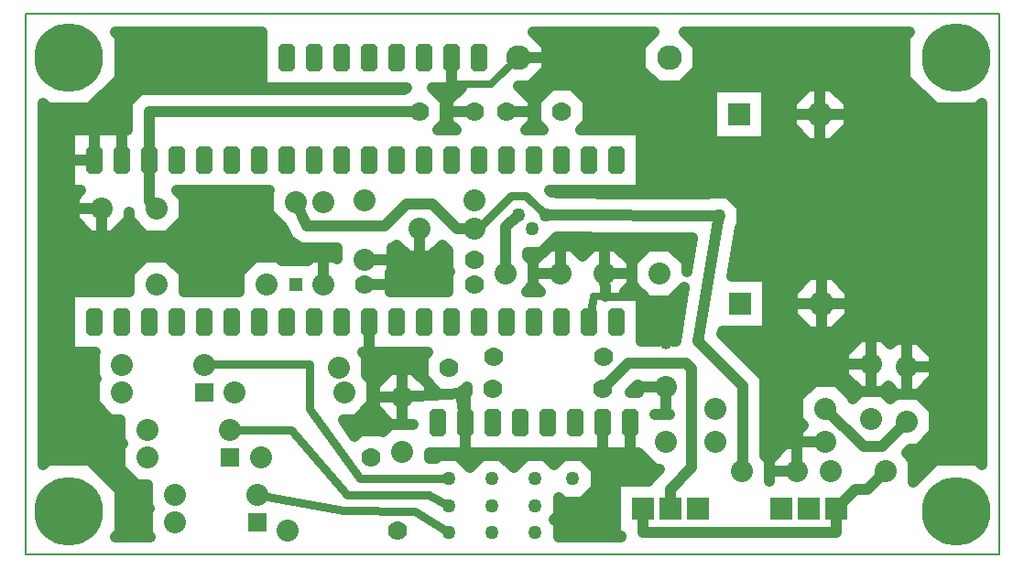
<source format=gbr>
G04 PROTEUS RS274X GERBER FILE*
%FSLAX45Y45*%
%MOMM*%
G01*
%ADD10C,1.016000*%
%ADD11C,0.762000*%
%ADD12C,0.635000*%
%ADD13C,1.270000*%
%ADD14C,1.016000*%
%AMDIL005*
4,1,8,
-0.762000,0.965200,-0.457200,1.270000,0.457200,1.270000,0.762000,0.965200,0.762000,-0.965200,
0.457200,-1.270000,-0.457200,-1.270000,-0.762000,-0.965200,-0.762000,0.965200,
0*%
%ADD15DIL005*%
%ADD16R,2.032000X2.032000*%
%ADD17C,2.032000*%
%ADD18C,2.286000*%
%ADD19R,1.270000X1.270000*%
%ADD70C,1.778000*%
%ADD71R,1.778000X1.778000*%
%ADD20C,6.350000*%
%ADD21C,0.203200*%
%TD.AperFunction*%
G36*
X+8130101Y+4794639D02*
X+8130101Y+4405361D01*
X+8405361Y+4130101D01*
X+8794639Y+4130101D01*
X+8837441Y+4172903D01*
X+8837441Y+827097D01*
X+8794639Y+869899D01*
X+8405361Y+869899D01*
X+8203999Y+668537D01*
X+8203999Y+875210D01*
X+8143288Y+935922D01*
X+8183367Y+976001D01*
X+8255210Y+976001D01*
X+8403999Y+1124790D01*
X+8403999Y+1335210D01*
X+8255210Y+1483999D01*
X+8044790Y+1483999D01*
X+7996000Y+1435209D01*
X+7925210Y+1505999D01*
X+7714790Y+1505999D01*
X+7649999Y+1441208D01*
X+7649999Y+1455210D01*
X+7501210Y+1603999D01*
X+7290790Y+1603999D01*
X+7142001Y+1455210D01*
X+7142001Y+1244790D01*
X+7191791Y+1195000D01*
X+7142001Y+1145210D01*
X+7142001Y+1023999D01*
X+7022790Y+1023999D01*
X+6874001Y+875210D01*
X+6874001Y+673999D01*
X+6873999Y+673999D01*
X+6873999Y+875210D01*
X+6833199Y+916010D01*
X+6833199Y+1644168D01*
X+6435980Y+2041387D01*
X+6440323Y+2066001D01*
X+6858999Y+2066001D01*
X+6858999Y+2573999D01*
X+6529951Y+2573999D01*
X+6609351Y+3024024D01*
X+6625899Y+3040572D01*
X+6625899Y+3219428D01*
X+6499428Y+3345899D01*
X+6320572Y+3345899D01*
X+6308970Y+3334297D01*
X+5651218Y+3338197D01*
X+4909247Y+3343080D01*
X+4896428Y+3355899D01*
X+4860507Y+3355899D01*
X+4845805Y+3370601D01*
X+5688599Y+3370601D01*
X+5688599Y+3929399D01*
X+5128647Y+3929399D01*
X+5199299Y+4000051D01*
X+5199299Y+4199949D01*
X+5057949Y+4341299D01*
X+4858051Y+4341299D01*
X+4716701Y+4199949D01*
X+4716701Y+4000051D01*
X+4787353Y+3929399D01*
X+4620647Y+3929399D01*
X+4691299Y+4000051D01*
X+4691299Y+4199949D01*
X+4557947Y+4333301D01*
X+4663470Y+4333301D01*
X+4819699Y+4489530D01*
X+4819699Y+4710470D01*
X+4692728Y+4837441D01*
X+5810272Y+4837441D01*
X+5683301Y+4710470D01*
X+5683301Y+4489530D01*
X+5839530Y+4333301D01*
X+6060470Y+4333301D01*
X+6216699Y+4489530D01*
X+6216699Y+4710470D01*
X+6089728Y+4837441D01*
X+8172903Y+4837441D01*
X+8130101Y+4794639D01*
G37*
%LPC*%
G36*
X+7996000Y+1943209D02*
X+8044790Y+1991999D01*
X+8255210Y+1991999D01*
X+8403999Y+1843210D01*
X+8403999Y+1632790D01*
X+8255210Y+1484001D01*
X+8044790Y+1484001D01*
X+7974000Y+1554791D01*
X+7925210Y+1506001D01*
X+7714790Y+1506001D01*
X+7566001Y+1654790D01*
X+7566001Y+1865210D01*
X+7714790Y+2013999D01*
X+7925210Y+2013999D01*
X+7996000Y+1943209D01*
G37*
G36*
X+7088301Y+2209530D02*
X+7088301Y+2430470D01*
X+7244530Y+2586699D01*
X+7465470Y+2586699D01*
X+7621699Y+2430470D01*
X+7621699Y+2209530D01*
X+7465470Y+2053301D01*
X+7244530Y+2053301D01*
X+7088301Y+2209530D01*
G37*
G36*
X+6341001Y+4323999D02*
X+6848999Y+4323999D01*
X+6848999Y+3816001D01*
X+6341001Y+3816001D01*
X+6341001Y+4323999D01*
G37*
G36*
X+7078301Y+3959530D02*
X+7078301Y+4180470D01*
X+7234530Y+4336699D01*
X+7455470Y+4336699D01*
X+7611699Y+4180470D01*
X+7611699Y+3959530D01*
X+7455470Y+3803301D01*
X+7234530Y+3803301D01*
X+7078301Y+3959530D01*
G37*
%LPD*%
G36*
X+2183401Y+4320601D02*
X+3519353Y+4320601D01*
X+3501951Y+4303199D01*
X+1057833Y+4303199D01*
X+938801Y+4184167D01*
X+938801Y+3929399D01*
X+405401Y+3929399D01*
X+405401Y+3370601D01*
X+511392Y+3370601D01*
X+446001Y+3305210D01*
X+446001Y+3094790D01*
X+594790Y+2946001D01*
X+805210Y+2946001D01*
X+953999Y+3094790D01*
X+953999Y+3166635D01*
X+954001Y+3166633D01*
X+954001Y+3094790D01*
X+1102790Y+2946001D01*
X+1313210Y+2946001D01*
X+1461999Y+3094790D01*
X+1461999Y+3305210D01*
X+1396608Y+3370601D01*
X+2249392Y+3370601D01*
X+2246001Y+3367210D01*
X+2246001Y+3156790D01*
X+2373573Y+3029218D01*
X+2439352Y+2901884D01*
X+2540051Y+2836801D01*
X+2881592Y+2836801D01*
X+2880001Y+2835210D01*
X+2880001Y+2733208D01*
X+2859210Y+2753999D01*
X+2648790Y+2753999D01*
X+2610690Y+2715899D01*
X+2369310Y+2715899D01*
X+2331210Y+2753999D01*
X+2120790Y+2753999D01*
X+1972001Y+2605210D01*
X+1972001Y+2429399D01*
X+1463999Y+2429399D01*
X+1463999Y+2605210D01*
X+1315210Y+2753999D01*
X+1104790Y+2753999D01*
X+956001Y+2605210D01*
X+956001Y+2429399D01*
X+405401Y+2429399D01*
X+405401Y+1870601D01*
X+645392Y+1870601D01*
X+634001Y+1859210D01*
X+634001Y+1648790D01*
X+655791Y+1627000D01*
X+634001Y+1605210D01*
X+634001Y+1394790D01*
X+782790Y+1246001D01*
X+874001Y+1246001D01*
X+874001Y+1048790D01*
X+895791Y+1027000D01*
X+874001Y+1005210D01*
X+874001Y+794790D01*
X+1022790Y+646001D01*
X+1124001Y+646001D01*
X+1124001Y+448790D01*
X+1145791Y+427000D01*
X+1124001Y+405210D01*
X+1124001Y+194790D01*
X+1156232Y+162559D01*
X+827097Y+162559D01*
X+869899Y+205361D01*
X+869899Y+594639D01*
X+594639Y+869899D01*
X+205361Y+869899D01*
X+162559Y+827097D01*
X+162559Y+4172903D01*
X+205361Y+4130101D01*
X+594639Y+4130101D01*
X+869899Y+4405361D01*
X+869899Y+4794639D01*
X+827097Y+4837441D01*
X+2183401Y+4837441D01*
X+2183401Y+4320601D01*
G37*
G36*
X+3906701Y+4199949D02*
X+3906701Y+4000051D01*
X+3977353Y+3929399D01*
X+3810647Y+3929399D01*
X+3881299Y+4000051D01*
X+3881299Y+4199949D01*
X+3760647Y+4320601D01*
X+4027353Y+4320601D01*
X+3906701Y+4199949D01*
G37*
G36*
X+5565782Y+2931803D02*
X+6161742Y+2927881D01*
X+6111999Y+2611827D01*
X+6111999Y+2705210D01*
X+5963210Y+2853999D01*
X+5752790Y+2853999D01*
X+5604001Y+2705210D01*
X+5604001Y+2494790D01*
X+5669392Y+2429399D01*
X+5538608Y+2429399D01*
X+5603999Y+2494790D01*
X+5603999Y+2705210D01*
X+5455210Y+2853999D01*
X+5244790Y+2853999D01*
X+5150000Y+2759209D01*
X+5055210Y+2853999D01*
X+4844790Y+2853999D01*
X+4696001Y+2705210D01*
X+4696001Y+2494790D01*
X+4761392Y+2429399D01*
X+4630608Y+2429399D01*
X+4695999Y+2494790D01*
X+4695999Y+2705210D01*
X+4645199Y+2756010D01*
X+4645199Y+2797101D01*
X+4769428Y+2797101D01*
X+4895899Y+2923572D01*
X+4895899Y+2924101D01*
X+4896428Y+2924101D01*
X+4908030Y+2935703D01*
X+5565782Y+2931803D01*
G37*
G36*
X+3536790Y+2756001D02*
X+3747210Y+2756001D01*
X+3851922Y+2860712D01*
X+3905833Y+2806801D01*
X+3908701Y+2806801D01*
X+3908701Y+2630051D01*
X+3921752Y+2617000D01*
X+3904701Y+2599949D01*
X+3904701Y+2429399D01*
X+3371299Y+2429399D01*
X+3371299Y+2599949D01*
X+3367228Y+2604020D01*
X+3387999Y+2624790D01*
X+3387999Y+2835210D01*
X+3386408Y+2836801D01*
X+3404167Y+2836801D01*
X+3430078Y+2862712D01*
X+3536790Y+2756001D01*
G37*
G36*
X+6011486Y+1973199D02*
X+5989850Y+1973199D01*
X+5989850Y+1978933D01*
X+5948933Y+2019850D01*
X+5891067Y+2019850D01*
X+5850150Y+1978933D01*
X+5850150Y+1973199D01*
X+5688599Y+1973199D01*
X+5688599Y+2410192D01*
X+5752790Y+2346001D01*
X+5963210Y+2346001D01*
X+6090138Y+2472929D01*
X+6011486Y+1973199D01*
G37*
G36*
X+5666001Y+1499399D02*
X+5592765Y+1499399D01*
X+5660167Y+1566801D01*
X+5666001Y+1566801D01*
X+5666001Y+1499399D01*
G37*
G36*
X+4078701Y+1499399D02*
X+4026647Y+1499399D01*
X+4078701Y+1551453D01*
X+4078701Y+1499399D01*
G37*
G36*
X+3674701Y+1829949D02*
X+3674701Y+1630051D01*
X+3805353Y+1499399D01*
X+3733999Y+1499399D01*
X+3733999Y+1565210D01*
X+3585210Y+1713999D01*
X+3374790Y+1713999D01*
X+3226001Y+1565210D01*
X+3226001Y+1354790D01*
X+3374790Y+1206001D01*
X+3583401Y+1206001D01*
X+3583401Y+1205999D01*
X+3374790Y+1205999D01*
X+3300020Y+1131228D01*
X+3289949Y+1141299D01*
X+3090051Y+1141299D01*
X+3043802Y+1095050D01*
X+2936975Y+1246001D01*
X+3055210Y+1246001D01*
X+3203999Y+1394790D01*
X+3203999Y+1605210D01*
X+3153999Y+1655210D01*
X+3153999Y+1835210D01*
X+3118608Y+1870601D01*
X+3715353Y+1870601D01*
X+3674701Y+1829949D01*
G37*
G36*
X+5956801Y+1295999D02*
X+5818599Y+1295999D01*
X+5818599Y+1296001D01*
X+5956801Y+1296001D01*
X+5956801Y+1295999D01*
G37*
G36*
X+5666001Y+936790D02*
X+5814790Y+788001D01*
X+5860635Y+788001D01*
X+5756801Y+684167D01*
X+5756801Y+673999D01*
X+5452001Y+673999D01*
X+5452001Y+166001D01*
X+5502801Y+166001D01*
X+5502801Y+162559D01*
X+4925899Y+162559D01*
X+4925899Y+289428D01*
X+4890327Y+325000D01*
X+4925899Y+360572D01*
X+4925899Y+528774D01*
X+4970572Y+484101D01*
X+5149428Y+484101D01*
X+5275899Y+610572D01*
X+5275899Y+789428D01*
X+5149428Y+915899D01*
X+4970572Y+915899D01*
X+4885000Y+830327D01*
X+4799428Y+915899D01*
X+4620572Y+915899D01*
X+4510000Y+805327D01*
X+4399428Y+915899D01*
X+4220572Y+915899D01*
X+4110000Y+805327D01*
X+3999428Y+915899D01*
X+3820572Y+915899D01*
X+3795172Y+890499D01*
X+3733999Y+890499D01*
X+3733999Y+940601D01*
X+5666001Y+940601D01*
X+5666001Y+936790D01*
G37*
D10*
X+1142000Y+3650000D02*
X+1142000Y+3266000D01*
X+1208000Y+3200000D01*
D11*
X+4807000Y+3140000D02*
X+4627000Y+3320000D01*
X+4490000Y+3320000D01*
X+4180000Y+3010000D01*
X+4150000Y+3010000D01*
D10*
X+4442000Y+2600000D02*
X+4442000Y+3029000D01*
X+4553000Y+3140000D01*
D12*
X+4553000Y+4600000D02*
X+4306159Y+4353159D01*
X+3936000Y+4353159D01*
X+3936000Y+4600000D01*
D10*
X+7494000Y+420000D02*
X+7674000Y+600000D01*
X+7780000Y+600000D01*
X+7950000Y+770000D01*
X+5706000Y+420000D02*
X+5706000Y+200000D01*
X+7494000Y+200000D01*
X+7494000Y+420000D01*
X+6410000Y+3130000D02*
X+4807000Y+3140000D01*
X+6410000Y+3130000D02*
X+6217500Y+1972501D01*
X+6630000Y+1560001D01*
X+6630000Y+780000D01*
X+6620000Y+770000D01*
X+8150000Y+1230000D02*
X+7920000Y+1000000D01*
X+7752087Y+1000000D01*
X+7396000Y+1350000D01*
X+3640000Y+4100000D02*
X+1142000Y+4100000D01*
X+1142000Y+3650000D01*
D11*
X+2140000Y+554000D02*
X+2941298Y+408824D01*
X+3603386Y+397109D01*
X+3910000Y+200000D01*
X+1890000Y+1154000D02*
X+2459447Y+1154000D01*
X+2974081Y+550000D01*
X+3725385Y+550000D01*
X+3910000Y+450000D01*
X+1650000Y+1754000D02*
X+1713500Y+1760000D01*
X+2630000Y+1760000D01*
X+2630000Y+1350000D01*
X+3090000Y+700000D01*
X+3910000Y+700000D01*
D10*
X+5960000Y+420000D02*
X+5960000Y+600000D01*
X+6160000Y+800000D01*
X+6160000Y+1720000D01*
X+6110000Y+1770000D01*
X+5576000Y+1770000D01*
X+5336000Y+1530000D01*
D11*
X+5920000Y+1950000D02*
X+5670000Y+2390000D01*
X+5360000Y+2390000D01*
D10*
X+5350000Y+2600000D01*
D11*
X+5206000Y+2150000D02*
X+5250000Y+2390000D01*
D12*
X+5360000Y+2390000D01*
D10*
X+4066000Y+1220000D02*
X+4020000Y+1490000D01*
X+3480000Y+1460000D01*
X+4150000Y+3010000D02*
X+3990000Y+3010000D01*
X+3760000Y+3240000D01*
X+3520000Y+3240000D01*
X+3320000Y+3040000D01*
X+2600000Y+3040000D01*
X+2500000Y+3262000D01*
D13*
X+6410000Y+3130000D03*
X+3910000Y+200000D03*
X+3910000Y+450000D03*
X+3910000Y+700000D03*
X+4310000Y+200000D03*
X+4310000Y+450000D03*
X+4310000Y+700000D03*
X+4710000Y+700000D03*
X+4710000Y+450000D03*
X+4710000Y+200000D03*
X+5060000Y+700000D03*
D14*
X+5920000Y+1950000D03*
D10*
X+8130101Y+4794639D02*
X+8130101Y+4405361D01*
X+8405361Y+4130101D01*
X+8794639Y+4130101D01*
X+8837441Y+4172903D01*
X+8837441Y+827097D01*
X+8794639Y+869899D01*
X+8405361Y+869899D01*
X+8203999Y+668537D01*
X+8203999Y+875210D01*
X+8143288Y+935922D01*
X+8183367Y+976001D01*
X+8255210Y+976001D01*
X+8403999Y+1124790D01*
X+8403999Y+1335210D01*
X+8255210Y+1483999D01*
X+8044790Y+1483999D01*
X+7996000Y+1435209D01*
X+7925210Y+1505999D01*
X+7714790Y+1505999D01*
X+7649999Y+1441208D01*
X+7649999Y+1455210D01*
X+7501210Y+1603999D01*
X+7290790Y+1603999D01*
X+7142001Y+1455210D01*
X+7142001Y+1244790D01*
X+7191791Y+1195000D01*
X+7142001Y+1145210D01*
X+7142001Y+1023999D01*
X+7022790Y+1023999D01*
X+6874001Y+875210D01*
X+6874001Y+673999D01*
X+6873999Y+673999D01*
X+6873999Y+875210D01*
X+6833199Y+916010D01*
X+6833199Y+1644168D01*
X+6435980Y+2041387D01*
X+6440323Y+2066001D01*
X+6858999Y+2066001D01*
X+6858999Y+2573999D01*
X+6529951Y+2573999D01*
X+6609351Y+3024024D01*
X+6625899Y+3040572D01*
X+6625899Y+3219428D01*
X+6499428Y+3345899D01*
X+6320572Y+3345899D01*
X+6308970Y+3334297D01*
X+5651218Y+3338197D01*
X+4909247Y+3343080D01*
X+4896428Y+3355899D01*
X+4860507Y+3355899D01*
X+4845805Y+3370601D01*
X+5688599Y+3370601D01*
X+5688599Y+3929399D01*
X+5128647Y+3929399D01*
X+5199299Y+4000051D01*
X+5199299Y+4199949D01*
X+5057949Y+4341299D01*
X+4858051Y+4341299D01*
X+4716701Y+4199949D01*
X+4716701Y+4000051D01*
X+4787353Y+3929399D01*
X+4620647Y+3929399D01*
X+4691299Y+4000051D01*
X+4691299Y+4199949D01*
X+4557947Y+4333301D01*
X+4663470Y+4333301D01*
X+4819699Y+4489530D01*
X+4819699Y+4710470D01*
X+4692728Y+4837441D01*
X+5810272Y+4837441D01*
X+5683301Y+4710470D01*
X+5683301Y+4489530D01*
X+5839530Y+4333301D01*
X+6060470Y+4333301D01*
X+6216699Y+4489530D01*
X+6216699Y+4710470D01*
X+6089728Y+4837441D01*
X+8172903Y+4837441D01*
X+8130101Y+4794639D01*
X+7996000Y+1943209D02*
X+8044790Y+1991999D01*
X+8255210Y+1991999D01*
X+8403999Y+1843210D01*
X+8403999Y+1632790D01*
X+8255210Y+1484001D01*
X+8044790Y+1484001D01*
X+7974000Y+1554791D01*
X+7925210Y+1506001D01*
X+7714790Y+1506001D01*
X+7566001Y+1654790D01*
X+7566001Y+1865210D01*
X+7714790Y+2013999D01*
X+7925210Y+2013999D01*
X+7996000Y+1943209D01*
X+7088301Y+2209530D02*
X+7088301Y+2430470D01*
X+7244530Y+2586699D01*
X+7465470Y+2586699D01*
X+7621699Y+2430470D01*
X+7621699Y+2209530D01*
X+7465470Y+2053301D01*
X+7244530Y+2053301D01*
X+7088301Y+2209530D01*
X+6341001Y+4323999D02*
X+6848999Y+4323999D01*
X+6848999Y+3816001D01*
X+6341001Y+3816001D01*
X+6341001Y+4323999D01*
X+7078301Y+3959530D02*
X+7078301Y+4180470D01*
X+7234530Y+4336699D01*
X+7455470Y+4336699D01*
X+7611699Y+4180470D01*
X+7611699Y+3959530D01*
X+7455470Y+3803301D01*
X+7234530Y+3803301D01*
X+7078301Y+3959530D01*
X+2183401Y+4320601D02*
X+3519353Y+4320601D01*
X+3501951Y+4303199D01*
X+1057833Y+4303199D01*
X+938801Y+4184167D01*
X+938801Y+3929399D01*
X+405401Y+3929399D01*
X+405401Y+3370601D01*
X+511392Y+3370601D01*
X+446001Y+3305210D01*
X+446001Y+3094790D01*
X+594790Y+2946001D01*
X+805210Y+2946001D01*
X+953999Y+3094790D01*
X+953999Y+3166635D01*
X+954001Y+3166633D01*
X+954001Y+3094790D01*
X+1102790Y+2946001D01*
X+1313210Y+2946001D01*
X+1461999Y+3094790D01*
X+1461999Y+3305210D01*
X+1396608Y+3370601D01*
X+2249392Y+3370601D01*
X+2246001Y+3367210D01*
X+2246001Y+3156790D01*
X+2373573Y+3029218D01*
X+2439352Y+2901884D01*
X+2540051Y+2836801D01*
X+2881592Y+2836801D01*
X+2880001Y+2835210D01*
X+2880001Y+2733208D01*
X+2859210Y+2753999D01*
X+2648790Y+2753999D01*
X+2610690Y+2715899D01*
X+2369310Y+2715899D01*
X+2331210Y+2753999D01*
X+2120790Y+2753999D01*
X+1972001Y+2605210D01*
X+1972001Y+2429399D01*
X+1463999Y+2429399D01*
X+1463999Y+2605210D01*
X+1315210Y+2753999D01*
X+1104790Y+2753999D01*
X+956001Y+2605210D01*
X+956001Y+2429399D01*
X+405401Y+2429399D01*
X+405401Y+1870601D01*
X+645392Y+1870601D01*
X+634001Y+1859210D01*
X+634001Y+1648790D01*
X+655791Y+1627000D01*
X+634001Y+1605210D01*
X+634001Y+1394790D01*
X+782790Y+1246001D01*
X+874001Y+1246001D01*
X+874001Y+1048790D01*
X+895791Y+1027000D01*
X+874001Y+1005210D01*
X+874001Y+794790D01*
X+1022790Y+646001D01*
X+1124001Y+646001D01*
X+1124001Y+448790D01*
X+1145791Y+427000D01*
X+1124001Y+405210D01*
X+1124001Y+194790D01*
X+1156232Y+162559D01*
X+827097Y+162559D01*
X+869899Y+205361D01*
X+869899Y+594639D01*
X+594639Y+869899D01*
X+205361Y+869899D01*
X+162559Y+827097D01*
X+162559Y+4172903D01*
X+205361Y+4130101D01*
X+594639Y+4130101D01*
X+869899Y+4405361D01*
X+869899Y+4794639D01*
X+827097Y+4837441D01*
X+2183401Y+4837441D01*
X+2183401Y+4320601D01*
X+3906701Y+4199949D02*
X+3906701Y+4000051D01*
X+3977353Y+3929399D01*
X+3810647Y+3929399D01*
X+3881299Y+4000051D01*
X+3881299Y+4199949D01*
X+3760647Y+4320601D01*
X+4027353Y+4320601D01*
X+3906701Y+4199949D01*
X+5565782Y+2931803D02*
X+6161742Y+2927881D01*
X+6111999Y+2611827D01*
X+6111999Y+2705210D01*
X+5963210Y+2853999D01*
X+5752790Y+2853999D01*
X+5604001Y+2705210D01*
X+5604001Y+2494790D01*
X+5669392Y+2429399D01*
X+5538608Y+2429399D01*
X+5603999Y+2494790D01*
X+5603999Y+2705210D01*
X+5455210Y+2853999D01*
X+5244790Y+2853999D01*
X+5150000Y+2759209D01*
X+5055210Y+2853999D01*
X+4844790Y+2853999D01*
X+4696001Y+2705210D01*
X+4696001Y+2494790D01*
X+4761392Y+2429399D01*
X+4630608Y+2429399D01*
X+4695999Y+2494790D01*
X+4695999Y+2705210D01*
X+4645199Y+2756010D01*
X+4645199Y+2797101D01*
X+4769428Y+2797101D01*
X+4895899Y+2923572D01*
X+4895899Y+2924101D01*
X+4896428Y+2924101D01*
X+4908030Y+2935703D01*
X+5565782Y+2931803D01*
X+3536790Y+2756001D02*
X+3747210Y+2756001D01*
X+3851922Y+2860712D01*
X+3905833Y+2806801D01*
X+3908701Y+2806801D01*
X+3908701Y+2630051D01*
X+3921752Y+2617000D01*
X+3904701Y+2599949D01*
X+3904701Y+2429399D01*
X+3371299Y+2429399D01*
X+3371299Y+2599949D01*
X+3367228Y+2604020D01*
X+3387999Y+2624790D01*
X+3387999Y+2835210D01*
X+3386408Y+2836801D01*
X+3404167Y+2836801D01*
X+3430078Y+2862712D01*
X+3536790Y+2756001D01*
X+6011486Y+1973199D02*
X+5989850Y+1973199D01*
X+5989850Y+1978933D01*
X+5948933Y+2019850D01*
X+5891067Y+2019850D01*
X+5850150Y+1978933D01*
X+5850150Y+1973199D01*
X+5688599Y+1973199D01*
X+5688599Y+2410192D01*
X+5752790Y+2346001D01*
X+5963210Y+2346001D01*
X+6090138Y+2472929D01*
X+6011486Y+1973199D01*
X+5666001Y+1499399D02*
X+5592765Y+1499399D01*
X+5660167Y+1566801D01*
X+5666001Y+1566801D01*
X+5666001Y+1499399D01*
X+4078701Y+1499399D02*
X+4026647Y+1499399D01*
X+4078701Y+1551453D01*
X+4078701Y+1499399D01*
X+3674701Y+1829949D02*
X+3674701Y+1630051D01*
X+3805353Y+1499399D01*
X+3733999Y+1499399D01*
X+3733999Y+1565210D01*
X+3585210Y+1713999D01*
X+3374790Y+1713999D01*
X+3226001Y+1565210D01*
X+3226001Y+1354790D01*
X+3374790Y+1206001D01*
X+3583401Y+1206001D01*
X+3583401Y+1205999D01*
X+3374790Y+1205999D01*
X+3300020Y+1131228D01*
X+3289949Y+1141299D01*
X+3090051Y+1141299D01*
X+3043802Y+1095050D01*
X+2936975Y+1246001D01*
X+3055210Y+1246001D01*
X+3203999Y+1394790D01*
X+3203999Y+1605210D01*
X+3153999Y+1655210D01*
X+3153999Y+1835210D01*
X+3118608Y+1870601D01*
X+3715353Y+1870601D01*
X+3674701Y+1829949D01*
X+5956801Y+1295999D02*
X+5818599Y+1295999D01*
X+5818599Y+1296001D01*
X+5956801Y+1296001D01*
X+5956801Y+1295999D01*
X+5666001Y+936790D02*
X+5814790Y+788001D01*
X+5860635Y+788001D01*
X+5756801Y+684167D01*
X+5756801Y+673999D01*
X+5452001Y+673999D01*
X+5452001Y+166001D01*
X+5502801Y+166001D01*
X+5502801Y+162559D01*
X+4925899Y+162559D01*
X+4925899Y+289428D01*
X+4890327Y+325000D01*
X+4925899Y+360572D01*
X+4925899Y+528774D01*
X+4970572Y+484101D01*
X+5149428Y+484101D01*
X+5275899Y+610572D01*
X+5275899Y+789428D01*
X+5149428Y+915899D01*
X+4970572Y+915899D01*
X+4885000Y+830327D01*
X+4799428Y+915899D01*
X+4620572Y+915899D01*
X+4510000Y+805327D01*
X+4399428Y+915899D01*
X+4220572Y+915899D01*
X+4110000Y+805327D01*
X+3999428Y+915899D01*
X+3820572Y+915899D01*
X+3795172Y+890499D01*
X+3733999Y+890499D01*
X+3733999Y+940601D01*
X+5666001Y+940601D01*
X+5666001Y+936790D01*
X+888000Y+3929399D02*
X+888000Y+3650000D01*
X+405401Y+3650000D02*
X+634000Y+3650000D01*
X+634000Y+3929399D02*
X+634000Y+3650000D01*
X+3174000Y+1870601D02*
X+3174000Y+2150000D01*
X+3936000Y+4320601D02*
X+3936000Y+4600000D01*
X+5590000Y+940601D02*
X+5590000Y+1220000D01*
X+5336000Y+940601D02*
X+5336000Y+1220000D01*
X+4066000Y+1499399D02*
X+4066000Y+1220000D01*
X+4066000Y+940601D02*
X+4066000Y+1220000D01*
X+7142001Y+1040000D02*
X+7396000Y+1040000D01*
X+7566001Y+1760000D02*
X+7820000Y+1760000D01*
X+7820000Y+1506001D02*
X+7820000Y+1760000D01*
X+7820000Y+2013999D02*
X+7820000Y+1760000D01*
X+5666001Y+1550000D02*
X+5920000Y+1550000D01*
X+5920000Y+1296001D02*
X+5920000Y+1550000D01*
X+7088301Y+2320000D02*
X+7355000Y+2320000D01*
X+7621699Y+2320000D02*
X+7355000Y+2320000D01*
X+7355000Y+2053301D02*
X+7355000Y+2320000D01*
X+7355000Y+2586699D02*
X+7355000Y+2320000D01*
X+7078301Y+4070000D02*
X+7345000Y+4070000D01*
X+7611699Y+4070000D02*
X+7345000Y+4070000D01*
X+7345000Y+3803301D02*
X+7345000Y+4070000D01*
X+7345000Y+4336699D02*
X+7345000Y+4070000D01*
X+4819699Y+4600000D02*
X+4553000Y+4600000D01*
X+8403999Y+1738000D02*
X+8150000Y+1738000D01*
X+8150000Y+1484001D02*
X+8150000Y+1738000D01*
X+8150000Y+1991999D02*
X+8150000Y+1738000D01*
X+6874001Y+770000D02*
X+7128000Y+770000D01*
X+7128000Y+1023999D02*
X+7128000Y+770000D01*
X+5603999Y+2600000D02*
X+5350000Y+2600000D01*
X+5350000Y+2853999D02*
X+5350000Y+2600000D01*
X+446001Y+3200000D02*
X+700000Y+3200000D01*
X+700000Y+2946001D02*
X+700000Y+3200000D01*
X+2754000Y+2753999D02*
X+2754000Y+2500000D01*
X+3387999Y+2730000D02*
X+3134000Y+2730000D01*
X+3371299Y+2500000D02*
X+3130000Y+2500000D01*
X+4696001Y+2600000D02*
X+4950000Y+2600000D01*
X+4950000Y+2853999D02*
X+4950000Y+2600000D01*
X+3642000Y+2756001D02*
X+3642000Y+3010000D01*
X+3226001Y+1460000D02*
X+3480000Y+1460000D01*
X+3480000Y+1206001D02*
X+3480000Y+1460000D01*
X+3480000Y+1713999D02*
X+3480000Y+1460000D01*
X+3906701Y+4100000D02*
X+4148000Y+4100000D01*
X+4691299Y+4100000D02*
X+4450000Y+4100000D01*
D15*
X+5460000Y+3650000D03*
X+5206000Y+3650000D03*
X+4952000Y+3650000D03*
X+4698000Y+3650000D03*
X+4444000Y+3650000D03*
X+4190000Y+3650000D03*
X+3936000Y+3650000D03*
X+3682000Y+3650000D03*
X+3428000Y+3650000D03*
X+3174000Y+3650000D03*
X+2920000Y+3650000D03*
X+2666000Y+3650000D03*
X+2412000Y+3650000D03*
X+2158000Y+3650000D03*
X+1904000Y+3650000D03*
X+1650000Y+3650000D03*
X+1396000Y+3650000D03*
X+1142000Y+3650000D03*
X+888000Y+3650000D03*
X+634000Y+3650000D03*
X+5460000Y+2150000D03*
X+5206000Y+2150000D03*
X+4952000Y+2150000D03*
X+4698000Y+2150000D03*
X+4444000Y+2150000D03*
X+4190000Y+2150000D03*
X+3936000Y+2150000D03*
X+3682000Y+2150000D03*
X+3428000Y+2150000D03*
X+3174000Y+2150000D03*
X+2920000Y+2150000D03*
X+2666000Y+2150000D03*
X+2412000Y+2150000D03*
X+2158000Y+2150000D03*
X+1904000Y+2150000D03*
X+1650000Y+2150000D03*
X+1396000Y+2150000D03*
X+1142000Y+2150000D03*
X+888000Y+2150000D03*
X+634000Y+2150000D03*
X+4190000Y+4600000D03*
X+3936000Y+4600000D03*
X+3682000Y+4600000D03*
X+3428000Y+4600000D03*
X+3174000Y+4600000D03*
X+2920000Y+4600000D03*
X+2666000Y+4600000D03*
X+2412000Y+4600000D03*
X+5590000Y+1220000D03*
X+5336000Y+1220000D03*
X+5082000Y+1220000D03*
X+4828000Y+1220000D03*
X+4574000Y+1220000D03*
X+4320000Y+1220000D03*
X+4066000Y+1220000D03*
X+3812000Y+1220000D03*
D16*
X+7494000Y+420000D03*
X+7240000Y+420000D03*
X+6986000Y+420000D03*
X+6214000Y+420000D03*
X+5960000Y+420000D03*
X+5706000Y+420000D03*
D17*
X+6380000Y+1040000D03*
X+7396000Y+1040000D03*
X+7396000Y+1350000D03*
X+6380000Y+1350000D03*
X+1210000Y+2500000D03*
X+2226000Y+2500000D03*
X+7820000Y+1760000D03*
X+7820000Y+1252000D03*
X+7950000Y+770000D03*
X+7442000Y+770000D03*
X+5920000Y+1550000D03*
X+5920000Y+1042000D03*
D16*
X+6605000Y+2320000D03*
D18*
X+7355000Y+2320000D03*
D16*
X+6595000Y+4070000D03*
D18*
X+7345000Y+4070000D03*
X+4553000Y+4600000D03*
X+5950000Y+4600000D03*
D17*
X+8150000Y+1230000D03*
X+8150000Y+1738000D03*
X+6620000Y+770000D03*
X+7128000Y+770000D03*
X+5350000Y+2600000D03*
X+5858000Y+2600000D03*
X+700000Y+3200000D03*
X+1208000Y+3200000D03*
D19*
X+2500000Y+2500000D03*
D17*
X+2754000Y+2500000D03*
X+2754000Y+3262000D03*
X+2500000Y+3262000D03*
X+4150000Y+3280000D03*
X+3134000Y+3280000D03*
X+3134000Y+2730000D03*
D70*
X+4150000Y+2730000D03*
D13*
X+4553000Y+3140000D03*
X+4680000Y+3013000D03*
X+4807000Y+3140000D03*
D70*
X+3130000Y+2500000D03*
X+4146000Y+2500000D03*
D17*
X+4950000Y+2600000D03*
X+4442000Y+2600000D03*
X+4150000Y+3010000D03*
X+3642000Y+3010000D03*
X+3480000Y+952000D03*
X+3480000Y+1460000D03*
D70*
X+3640000Y+4100000D03*
X+4148000Y+4100000D03*
D71*
X+1650000Y+1500000D03*
D17*
X+1650000Y+1754000D03*
X+888000Y+1754000D03*
X+888000Y+1500000D03*
D71*
X+1890000Y+900000D03*
D17*
X+1890000Y+1154000D03*
X+1128000Y+1154000D03*
X+1128000Y+900000D03*
D71*
X+2140000Y+300000D03*
D17*
X+2140000Y+554000D03*
X+1378000Y+554000D03*
X+1378000Y+300000D03*
X+2950000Y+1500000D03*
X+1934000Y+1500000D03*
D70*
X+3190000Y+900000D03*
D17*
X+2174000Y+900000D03*
D70*
X+3440000Y+220000D03*
D17*
X+2424000Y+220000D03*
D70*
X+3916000Y+1730000D03*
D17*
X+2900000Y+1730000D03*
D70*
X+5336000Y+1530000D03*
X+4320000Y+1530000D03*
X+5340000Y+1830000D03*
X+4324000Y+1830000D03*
D20*
X+400000Y+400000D03*
X+400000Y+4600000D03*
X+8600000Y+4600000D03*
X+8600000Y+400000D03*
D70*
X+4450000Y+4100000D03*
X+4958000Y+4100000D03*
D21*
X+0Y+0D02*
X+9000000Y+0D01*
X+9000000Y+5000000D01*
X+0Y+5000000D01*
X+0Y+0D01*
M02*

</source>
